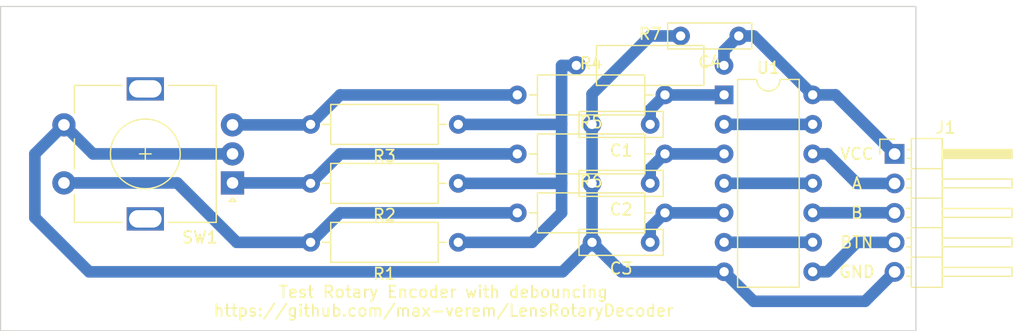
<source format=kicad_pcb>
(kicad_pcb (version 20211014) (generator pcbnew)
  (layers (0 "F.Cu" signal) (31 "B.Cu" signal) (34 "B.Paste" user) (35 "F.Paste" user) (36 "B.SilkS" user "B.Silkscreen") (37 "F.SilkS" user "F.Silkscreen") (38 "B.Mask" user) (39 "F.Mask" user) (44 "Edge.Cuts" user))
  (net 0 "")
  (net 1 "Net-(U1-Pad1)")
  (net 2 "GND")
  (net 3 "Net-(U1-Pad3)")
  (net 4 "Net-(U1-Pad5)")
  (net 5 "/VCC")
  (net 6 "/PHASE_A")
  (net 7 "/PHASE_B")
  (net 8 "/PUSH_BTN")
  (net 9 "Net-(R1-Pad2)")
  (net 10 "Net-(R5-Pad1)")
  (net 11 "Net-(R4-Pad1)")
  (net 12 "Net-(U1-Pad2)")
  (net 13 "Net-(U1-Pad6)")
  (net 14 "Net-(U1-Pad11)")
  (net 15 "Net-(R2-Pad1)")
  (footprint "Package_DIP:DIP-14_W7.62mm" (layer "F.Cu") (at 168.92 60.955)
    (fp_text reference "U1" (at 3.81 -2.33) (layer "F.SilkS"))
    (fp_text value "74HC14")
    (fp_line (start 6.46 16.57) (end 6.46 -1.33) (layer "F.SilkS") (width 0.12))
    (fp_line (start 2.81 -1.33) (end 1.16 -1.33) (layer "F.SilkS") (width 0.12))
    (fp_line (start 1.16 16.57) (end 6.46 16.57) (layer "F.SilkS") (width 0.12))
    (fp_line (start 1.16 -1.33) (end 1.16 16.57) (layer "F.SilkS") (width 0.12))
    (fp_line (start 6.46 -1.33) (end 4.81 -1.33) (layer "F.SilkS") (width 0.12))
    (fp_arc (start 4.81 -1.33) (mid 3.81 -0.33) (end 2.81 -1.33) (layer "F.SilkS") (width 0.12))
    (pad "1" thru_hole rect locked (at 0 0) (size 1.6 1.6) (drill 0.8) (layers *.Cu *.Mask) (net 1 "Net-(U1-Pad1)"))
    (pad "2" thru_hole oval locked (at 0 2.54) (size 1.6 1.6) (drill 0.8) (layers *.Cu *.Mask) (net 12 "Net-(U1-Pad2)"))
    (pad "3" thru_hole oval locked (at 0 5.08) (size 1.6 1.6) (drill 0.8) (layers *.Cu *.Mask) (net 3 "Net-(U1-Pad3)"))
    (pad "4" thru_hole oval locked (at 0 7.62) (size 1.6 1.6) (drill 0.8) (layers *.Cu *.Mask) (net 14 "Net-(U1-Pad11)"))
    (pad "5" thru_hole oval locked (at 0 10.16) (size 1.6 1.6) (drill 0.8) (layers *.Cu *.Mask) (net 4 "Net-(U1-Pad5)"))
    (pad "6" thru_hole oval locked (at 0 12.7) (size 1.6 1.6) (drill 0.8) (layers *.Cu *.Mask) (net 13 "Net-(U1-Pad6)"))
    (pad "7" thru_hole oval locked (at 0 15.24) (size 1.6 1.6) (drill 0.8) (layers *.Cu *.Mask) (net 2 "GND"))
    (pad "8" thru_hole oval locked (at 7.62 15.24) (size 1.6 1.6) (drill 0.8) (layers *.Cu *.Mask) (net 8 "/PUSH_BTN"))
    (pad "9" thru_hole oval locked (at 7.62 12.7) (size 1.6 1.6) (drill 0.8) (layers *.Cu *.Mask) (net 13 "Net-(U1-Pad6)"))
    (pad "10" thru_hole oval locked (at 7.62 10.16) (size 1.6 1.6) (drill 0.8) (layers *.Cu *.Mask) (net 7 "/PHASE_B"))
    (pad "11" thru_hole oval locked (at 7.62 7.62) (size 1.6 1.6) (drill 0.8) (layers *.Cu *.Mask) (net 14 "Net-(U1-Pad11)"))
    (pad "12" thru_hole oval locked (at 7.62 5.08) (size 1.6 1.6) (drill 0.8) (layers *.Cu *.Mask) (net 6 "/PHASE_A"))
    (pad "13" thru_hole oval locked (at 7.62 2.54) (size 1.6 1.6) (drill 0.8) (layers *.Cu *.Mask) (net 12 "Net-(U1-Pad2)"))
    (pad "14" thru_hole oval locked (at 7.62 0) (size 1.6 1.6) (drill 0.8) (layers *.Cu *.Mask) (net 5 "/VCC"))
  )
  (footprint "Resistor_THT:R_Axial_DIN0309_L9.0mm_D3.2mm_P12.70mm_Horizontal" (layer "F.Cu") (at 146.05 68.58 180)
    (fp_text reference "R2" (at 6.35 -2.72) (layer "F.SilkS"))
    (fp_text value "10K")
    (fp_line (start 11.66 0) (end 10.97 0) (layer "F.SilkS") (width 0.12))
    (fp_line (start 1.73 -1.72) (end 1.73 1.72) (layer "F.SilkS") (width 0.12))
    (fp_line (start 1.73 1.72) (end 10.97 1.72) (layer "F.SilkS") (width 0.12))
    (fp_line (start 1.04 0) (end 1.73 0) (layer "F.SilkS") (width 0.12))
    (fp_line (start 10.97 1.72) (end 10.97 -1.72) (layer "F.SilkS") (width 0.12))
    (fp_line (start 10.97 -1.72) (end 1.73 -1.72) (layer "F.SilkS") (width 0.12))
    (pad "1" thru_hole circle locked (at 0 0 180) (size 1.6 1.6) (drill 0.8) (layers *.Cu *.Mask) (net 15 "Net-(R2-Pad1)"))
    (pad "2" thru_hole oval locked (at 12.7 0 180) (size 1.6 1.6) (drill 0.8) (layers *.Cu *.Mask) (net 10 "Net-(R5-Pad1)"))
  )
  (footprint "Resistor_THT:R_Axial_DIN0309_L9.0mm_D3.2mm_P12.70mm_Horizontal" (layer "F.Cu") (at 146.05 63.5 180)
    (fp_text reference "R3" (at 6.35 -2.72) (layer "F.SilkS"))
    (fp_text value "10K")
    (fp_line (start 10.97 1.72) (end 10.97 -1.72) (layer "F.SilkS") (width 0.12))
    (fp_line (start 11.66 0) (end 10.97 0) (layer "F.SilkS") (width 0.12))
    (fp_line (start 1.73 -1.72) (end 1.73 1.72) (layer "F.SilkS") (width 0.12))
    (fp_line (start 1.04 0) (end 1.73 0) (layer "F.SilkS") (width 0.12))
    (fp_line (start 1.73 1.72) (end 10.97 1.72) (layer "F.SilkS") (width 0.12))
    (fp_line (start 10.97 -1.72) (end 1.73 -1.72) (layer "F.SilkS") (width 0.12))
    (pad "1" thru_hole circle locked (at 0 0 180) (size 1.6 1.6) (drill 0.8) (layers *.Cu *.Mask) (net 15 "Net-(R2-Pad1)"))
    (pad "2" thru_hole oval locked (at 12.7 0 180) (size 1.6 1.6) (drill 0.8) (layers *.Cu *.Mask) (net 11 "Net-(R4-Pad1)"))
  )
  (footprint "Capacitor_THT:C_Rect_L7.0mm_W2.0mm_P5.00mm" (layer "F.Cu") (at 162.56 68.58 180)
    (fp_text reference "C2" (at 2.5 -2.25) (layer "F.SilkS"))
    (fp_text value "100nF")
    (fp_line (start -1.12 -1.12) (end -1.12 1.12) (layer "F.SilkS") (width 0.12))
    (fp_line (start -1.12 1.12) (end 6.12 1.12) (layer "F.SilkS") (width 0.12))
    (fp_line (start -1.12 -1.12) (end 6.12 -1.12) (layer "F.SilkS") (width 0.12))
    (fp_line (start 6.12 -1.12) (end 6.12 1.12) (layer "F.SilkS") (width 0.12))
    (pad "1" thru_hole circle locked (at 0 0 180) (size 1.6 1.6) (drill 0.8) (layers *.Cu *.Mask) (net 3 "Net-(U1-Pad3)"))
    (pad "2" thru_hole circle locked (at 5 0 180) (size 1.6 1.6) (drill 0.8) (layers *.Cu *.Mask) (net 2 "GND"))
  )
  (footprint "Connector_PinHeader_2.54mm:PinHeader_1x05_P2.54mm_Horizontal" (layer "F.Cu") (at 183.585 66.045)
    (fp_text reference "J1" (at 4.385 -2.27) (layer "F.SilkS"))
    (fp_text value "Conn_01x05_Male")
    (fp_line (start 4.1 0.04) (end 10.1 0.04) (layer "F.SilkS") (width 0.12))
    (fp_line (start 4.1 11.49) (end 4.1 -1.33) (layer "F.SilkS") (width 0.12))
    (fp_line (start 1.042929 2.16) (end 1.44 2.16) (layer "F.SilkS") (width 0.12))
    (fp_line (start 1.44 8.89) (end 4.1 8.89) (layer "F.SilkS") (width 0.12))
    (fp_line (start 1.042929 4.7) (end 1.44 4.7) (layer "F.SilkS") (width 0.12))
    (fp_line (start 4.1 -0.32) (end 10.1 -0.32) (layer "F.SilkS") (width 0.12))
    (fp_line (start 1.042929 8) (end 1.44 8) (layer "F.SilkS") (width 0.12))
    (fp_line (start 10.1 0.38) (end 4.1 0.38) (layer "F.SilkS") (width 0.12))
    (fp_line (start 1.11 -0.38) (end 1.44 -0.38) (layer "F.SilkS") (width 0.12))
    (fp_line (start 1.44 6.35) (end 4.1 6.35) (layer "F.SilkS") (width 0.12))
    (fp_line (start 4.1 -0.2) (end 10.1 -0.2) (layer "F.SilkS") (width 0.12))
    (fp_line (start 10.1 4.7) (end 10.1 5.46) (layer "F.SilkS") (width 0.12))
    (fp_line (start 4.1 0.16) (end 10.1 0.16) (layer "F.SilkS") (width 0.12))
    (fp_line (start 10.1 5.46) (end 4.1 5.46) (layer "F.SilkS") (width 0.12))
    (fp_line (start 10.1 -0.38) (end 10.1 0.38) (layer "F.SilkS") (width 0.12))
    (fp_line (start 1.042929 9.78) (end 1.44 9.78) (layer "F.SilkS") (width 0.12))
    (fp_line (start 1.44 1.27) (end 4.1 1.27) (layer "F.SilkS") (width 0.12))
    (fp_line (start 4.1 -1.33) (end 1.44 -1.33) (layer "F.SilkS") (width 0.12))
    (fp_line (start 4.1 2.16) (end 10.1 2.16) (layer "F.SilkS") (width 0.12))
    (fp_line (start 10.1 9.78) (end 10.1 10.54) (layer "F.SilkS") (width 0.12))
    (fp_line (start 1.44 -1.33) (end 1.44 11.49) (layer "F.SilkS") (width 0.12))
    (fp_line (start 10.1 7.24) (end 10.1 8) (layer "F.SilkS") (width 0.12))
    (fp_line (start 1.042929 7.24) (end 1.44 7.24) (layer "F.SilkS") (width 0.12))
    (fp_line (start 1.44 11.49) (end 4.1 11.49) (layer "F.SilkS") (width 0.12))
    (fp_line (start 1.042929 5.46) (end 1.44 5.46) (layer "F.SilkS") (width 0.12))
    (fp_line (start 4.1 -0.08) (end 10.1 -0.08) (layer "F.SilkS") (width 0.12))
    (fp_line (start 1.042929 2.92) (end 1.44 2.92) (layer "F.SilkS") (width 0.12))
    (fp_line (start 10.1 10.54) (end 4.1 10.54) (layer "F.SilkS") (width 0.12))
    (fp_line (start 4.1 0.28) (end 10.1 0.28) (layer "F.SilkS") (width 0.12))
    (fp_line (start -1.27 -1.27) (end 0 -1.27) (layer "F.SilkS") (width 0.12))
    (fp_line (start 4.1 7.24) (end 10.1 7.24) (layer "F.SilkS") (width 0.12))
    (fp_line (start 10.1 2.16) (end 10.1 2.92) (layer "F.SilkS") (width 0.12))
    (fp_line (start 4.1 9.78) (end 10.1 9.78) (layer "F.SilkS") (width 0.12))
    (fp_line (start 1.11 0.38) (end 1.44 0.38) (layer "F.SilkS") (width 0.12))
    (fp_line (start -1.27 0) (end -1.27 -1.27) (layer "F.SilkS") (width 0.12))
    (fp_line (start 4.1 4.7) (end 10.1 4.7) (layer "F.SilkS") (width 0.12))
    (fp_line (start 10.1 2.92) (end 4.1 2.92) (layer "F.SilkS") (width 0.12))
    (fp_line (start 1.042929 10.54) (end 1.44 10.54) (layer "F.SilkS") (width 0.12))
    (fp_line (start 10.1 8) (end 4.1 8) (layer "F.SilkS") (width 0.12))
    (fp_line (start 4.1 -0.38) (end 10.1 -0.38) (layer "F.SilkS") (width 0.12))
    (fp_line (start 1.44 3.81) (end 4.1 3.81) (layer "F.SilkS") (width 0.12))
    (pad "1" thru_hole rect locked (at 0 0) (size 1.7 1.7) (drill 1) (layers *.Cu *.Mask) (net 5 "/VCC"))
    (pad "2" thru_hole oval locked (at 0 2.54) (size 1.7 1.7) (drill 1) (layers *.Cu *.Mask) (net 6 "/PHASE_A"))
    (pad "3" thru_hole oval locked (at 0 5.08) (size 1.7 1.7) (drill 1) (layers *.Cu *.Mask) (net 7 "/PHASE_B"))
    (pad "4" thru_hole oval locked (at 0 7.62) (size 1.7 1.7) (drill 1) (layers *.Cu *.Mask) (net 8 "/PUSH_BTN"))
    (pad "5" thru_hole oval locked (at 0 10.16) (size 1.7 1.7) (drill 1) (layers *.Cu *.Mask) (net 2 "GND"))
  )
  (footprint "Capacitor_THT:C_Rect_L7.0mm_W2.0mm_P5.00mm" (layer "F.Cu") (at 170.18 55.88 180)
    (fp_text reference "C4" (at 2.5 -2.25) (layer "F.SilkS"))
    (fp_text value "100nF")
    (fp_line (start -1.12 -1.12) (end -1.12 1.12) (layer "F.SilkS") (width 0.12))
    (fp_line (start 6.12 -1.12) (end 6.12 1.12) (layer "F.SilkS") (width 0.12))
    (fp_line (start -1.12 -1.12) (end 6.12 -1.12) (layer "F.SilkS") (width 0.12))
    (fp_line (start -1.12 1.12) (end 6.12 1.12) (layer "F.SilkS") (width 0.12))
    (pad "1" thru_hole circle locked (at 0 0 180) (size 1.6 1.6) (drill 0.8) (layers *.Cu *.Mask) (net 5 "/VCC"))
    (pad "2" thru_hole circle locked (at 5 0 180) (size 1.6 1.6) (drill 0.8) (layers *.Cu *.Mask) (net 2 "GND"))
  )
  (footprint "Resistor_THT:R_Axial_DIN0309_L9.0mm_D3.2mm_P12.70mm_Horizontal" (layer "F.Cu") (at 151.13 60.96)
    (fp_text reference "R4" (at 6.35 -2.72) (layer "F.SilkS"))
    (fp_text value "10K")
    (fp_line (start 1.73 -1.72) (end 1.73 1.72) (layer "F.SilkS") (width 0.12))
    (fp_line (start 11.66 0) (end 10.97 0) (layer "F.SilkS") (width 0.12))
    (fp_line (start 1.73 1.72) (end 10.97 1.72) (layer "F.SilkS") (width 0.12))
    (fp_line (start 10.97 -1.72) (end 1.73 -1.72) (layer "F.SilkS") (width 0.12))
    (fp_line (start 10.97 1.72) (end 10.97 -1.72) (layer "F.SilkS") (width 0.12))
    (fp_line (start 1.04 0) (end 1.73 0) (layer "F.SilkS") (width 0.12))
    (pad "1" thru_hole circle locked (at 0 0) (size 1.6 1.6) (drill 0.8) (layers *.Cu *.Mask) (net 11 "Net-(R4-Pad1)"))
    (pad "2" thru_hole oval locked (at 12.7 0) (size 1.6 1.6) (drill 0.8) (layers *.Cu *.Mask) (net 1 "Net-(U1-Pad1)"))
  )
  (footprint "Rotary_Encoder:RotaryEncoder_Alps_EC11E-Switch_Vertical_H20mm" (layer "F.Cu") (at 126.63 68.54 180)
    (fp_text reference "SW1" (at 2.8 -4.7) (layer "F.SilkS"))
    (fp_text value "RotaryEncoder_Switch")
    (fp_line (start 13.6 6) (end 13.6 8.4) (layer "F.SilkS") (width 0.12))
    (fp_line (start 9.5 -3.4) (end 13.6 -3.4) (layer "F.SilkS") (width 0.12))
    (fp_line (start 13.6 1.2) (end 13.6 3.8) (layer "F.SilkS") (width 0.12))
    (fp_line (start 5.5 -3.4) (end 1.4 -3.4) (layer "F.SilkS") (width 0.12))
    (fp_line (start 5.5 8.4) (end 1.4 8.4) (layer "F.SilkS") (width 0.12))
    (fp_line (start 0 -1.3) (end -0.3 -1.6) (layer "F.SilkS") (width 0.12))
    (fp_line (start 7.5 2) (end 7.5 3) (layer "F.SilkS") (width 0.12))
    (fp_line (start -0.3 -1.6) (end 0.3 -1.6) (layer "F.SilkS") (width 0.12))
    (fp_line (start 7 2.5) (end 8 2.5) (layer "F.SilkS") (width 0.12))
    (fp_line (start 13.6 8.4) (end 9.5 8.4) (layer "F.SilkS") (width 0.12))
    (fp_line (start 13.6 -3.4) (end 13.6 -1) (layer "F.SilkS") (width 0.12))
    (fp_line (start 0.3 -1.6) (end 0 -1.3) (layer "F.SilkS") (width 0.12))
    (fp_line (start 1.4 -3.4) (end 1.4 8.4) (layer "F.SilkS") (width 0.12))
    (fp_circle (center 7.5 2.5) (end 10.5 2.5) (layer "F.SilkS") (width 0.12) (fill none))
    (pad "A" thru_hole rect locked (at 0 0 180) (size 2 2) (drill 1) (layers *.Cu *.Mask) (net 10 "Net-(R5-Pad1)"))
    (pad "B" thru_hole circle locked (at 0 5 180) (size 2 2) (drill 1) (layers *.Cu *.Mask) (net 11 "Net-(R4-Pad1)"))
    (pad "C" thru_hole circle locked (at 0 2.5 180) (size 2 2) (drill 1) (layers *.Cu *.Mask) (net 2 "GND"))
    (pad "MP" thru_hole rect locked (at 7.5 -3.1 180) (size 3.2 2) (drill oval 2.8 1.5) (layers *.Cu *.Mask))
    (pad "MP" thru_hole rect locked (at 7.5 8.1 180) (size 3.2 2) (drill oval 2.8 1.5) (layers *.Cu *.Mask))
    (pad "S1" thru_hole circle locked (at 14.5 5 180) (size 2 2) (drill 1) (layers *.Cu *.Mask) (net 2 "GND"))
    (pad "S2" thru_hole circle locked (at 14.5 0 180) (size 2 2) (drill 1) (layers *.Cu *.Mask) (net 9 "Net-(R1-Pad2)"))
  )
  (footprint "Capacitor_THT:C_Rect_L7.0mm_W2.0mm_P5.00mm" (layer "F.Cu") (at 162.56 73.66 180)
    (fp_text reference "C3" (at 2.5 -2.25) (layer "F.SilkS"))
    (fp_text value "100nF")
    (fp_line (start -1.12 1.12) (end 6.12 1.12) (layer "F.SilkS") (width 0.12))
    (fp_line (start -1.12 -1.12) (end -1.12 1.12) (layer "F.SilkS") (width 0.12))
    (fp_line (start 6.12 -1.12) (end 6.12 1.12) (layer "F.SilkS") (width 0.12))
    (fp_line (start -1.12 -1.12) (end 6.12 -1.12) (layer "F.SilkS") (width 0.12))
    (pad "1" thru_hole circle locked (at 0 0 180) (size 1.6 1.6) (drill 0.8) (layers *.Cu *.Mask) (net 4 "Net-(U1-Pad5)"))
    (pad "2" thru_hole circle locked (at 5 0 180) (size 1.6 1.6) (drill 0.8) (layers *.Cu *.Mask) (net 2 "GND"))
  )
  (footprint "Resistor_THT:R_Axial_DIN0309_L9.0mm_D3.2mm_P12.70mm_Horizontal" (layer "F.Cu") (at 151.13 66.04)
    (fp_text reference "R5" (at 6.35 -2.72) (layer "F.SilkS"))
    (fp_text value "10K")
    (fp_line (start 10.97 1.72) (end 10.97 -1.72) (layer "F.SilkS") (width 0.12))
    (fp_line (start 1.73 -1.72) (end 1.73 1.72) (layer "F.SilkS") (width 0.12))
    (fp_line (start 10.97 -1.72) (end 1.73 -1.72) (layer "F.SilkS") (width 0.12))
    (fp_line (start 1.04 0) (end 1.73 0) (layer "F.SilkS") (width 0.12))
    (fp_line (start 11.66 0) (end 10.97 0) (layer "F.SilkS") (width 0.12))
    (fp_line (start 1.73 1.72) (end 10.97 1.72) (layer "F.SilkS") (width 0.12))
    (pad "1" thru_hole circle locked (at 0 0) (size 1.6 1.6) (drill 0.8) (layers *.Cu *.Mask) (net 10 "Net-(R5-Pad1)"))
    (pad "2" thru_hole oval locked (at 12.7 0) (size 1.6 1.6) (drill 0.8) (layers *.Cu *.Mask) (net 3 "Net-(U1-Pad3)"))
  )
  (footprint "Resistor_THT:R_Axial_DIN0309_L9.0mm_D3.2mm_P12.70mm_Horizontal" (layer "F.Cu") (at 151.13 71.12)
    (fp_text reference "R6" (at 6.35 -2.72) (layer "F.SilkS"))
    (fp_text value "10K")
    (fp_line (start 1.73 -1.72) (end 1.73 1.72) (layer "F.SilkS") (width 0.12))
    (fp_line (start 10.97 -1.72) (end 1.73 -1.72) (layer "F.SilkS") (width 0.12))
    (fp_line (start 1.73 1.72) (end 10.97 1.72) (layer "F.SilkS") (width 0.12))
    (fp_line (start 1.04 0) (end 1.73 0) (layer "F.SilkS") (width 0.12))
    (fp_line (start 11.66 0) (end 10.97 0) (layer "F.SilkS") (width 0.12))
    (fp_line (start 10.97 1.72) (end 10.97 -1.72) (layer "F.SilkS") (width 0.12))
    (pad "1" thru_hole circle locked (at 0 0) (size 1.6 1.6) (drill 0.8) (layers *.Cu *.Mask) (net 9 "Net-(R1-Pad2)"))
    (pad "2" thru_hole oval locked (at 12.7 0) (size 1.6 1.6) (drill 0.8) (layers *.Cu *.Mask) (net 4 "Net-(U1-Pad5)"))
  )
  (footprint "Resistor_THT:R_Axial_DIN0309_L9.0mm_D3.2mm_P12.70mm_Horizontal" (layer "F.Cu") (at 156.21 58.42)
    (fp_text reference "R7" (at 6.35 -2.72) (layer "F.SilkS"))
    (fp_text value "0R")
    (fp_line (start 11.66 0) (end 10.97 0) (layer "F.SilkS") (width 0.12))
    (fp_line (start 1.73 -1.72) (end 1.73 1.72) (layer "F.SilkS") (width 0.12))
    (fp_line (start 10.97 -1.72) (end 1.73 -1.72) (layer "F.SilkS") (width 0.12))
    (fp_line (start 1.04 0) (end 1.73 0) (layer "F.SilkS") (width 0.12))
    (fp_line (start 1.73 1.72) (end 10.97 1.72) (layer "F.SilkS") (width 0.12))
    (fp_line (start 10.97 1.72) (end 10.97 -1.72) (layer "F.SilkS") (width 0.12))
    (pad "1" thru_hole circle locked (at 0 0) (size 1.6 1.6) (drill 0.8) (layers *.Cu *.Mask) (net 15 "Net-(R2-Pad1)"))
    (pad "2" thru_hole oval locked (at 12.7 0) (size 1.6 1.6) (drill 0.8) (layers *.Cu *.Mask) (net 5 "/VCC"))
  )
  (footprint "Resistor_THT:R_Axial_DIN0309_L9.0mm_D3.2mm_P12.70mm_Horizontal" (layer "F.Cu") (at 146.05 73.66 180)
    (fp_text reference "R1" (at 6.35 -2.72) (layer "F.SilkS"))
    (fp_text value "10K")
    (fp_line (start 10.97 -1.72) (end 1.73 -1.72) (layer "F.SilkS") (width 0.12))
    (fp_line (start 1.73 -1.72) (end 1.73 1.72) (layer "F.SilkS") (width 0.12))
    (fp_line (start 1.73 1.72) (end 10.97 1.72) (layer "F.SilkS") (width 0.12))
    (fp_line (start 10.97 1.72) (end 10.97 -1.72) (layer "F.SilkS") (width 0.12))
    (fp_line (start 11.66 0) (end 10.97 0) (layer "F.SilkS") (width 0.12))
    (fp_line (start 1.04 0) (end 1.73 0) (layer "F.SilkS") (width 0.12))
    (pad "1" thru_hole circle locked (at 0 0 180) (size 1.6 1.6) (drill 0.8) (layers *.Cu *.Mask) (net 15 "Net-(R2-Pad1)"))
    (pad "2" thru_hole oval locked (at 12.7 0 180) (size 1.6 1.6) (drill 0.8) (layers *.Cu *.Mask) (net 9 "Net-(R1-Pad2)"))
  )
  (footprint "Capacitor_THT:C_Rect_L7.0mm_W2.0mm_P5.00mm" (layer "F.Cu") (at 162.56 63.5 180)
    (fp_text reference "C1" (at 2.5 -2.25) (layer "F.SilkS"))
    (fp_text value "100nF")
    (fp_line (start -1.12 1.12) (end 6.12 1.12) (layer "F.SilkS") (width 0.12))
    (fp_line (start 6.12 -1.12) (end 6.12 1.12) (layer "F.SilkS") (width 0.12))
    (fp_line (start -1.12 -1.12) (end -1.12 1.12) (layer "F.SilkS") (width 0.12))
    (fp_line (start -1.12 -1.12) (end 6.12 -1.12) (layer "F.SilkS") (width 0.12))
    (pad "1" thru_hole circle locked (at 0 0 180) (size 1.6 1.6) (drill 0.8) (layers *.Cu *.Mask) (net 1 "Net-(U1-Pad1)"))
    (pad "2" thru_hole circle locked (at 5 0 180) (size 1.6 1.6) (drill 0.8) (layers *.Cu *.Mask) (net 2 "GND"))
  )
  (gr_line (start 185.42 81.28) (end 106.68 81.28) (layer "Edge.Cuts") (width 0.1))
  (gr_line (start 106.68 81.28) (end 106.68 53.34) (layer "Edge.Cuts") (width 0.1))
  (gr_line (start 106.68 53.34) (end 185.42 53.34) (layer "Edge.Cuts") (width 0.1))
  (gr_line (start 185.42 53.34) (end 185.42 81.28) (layer "Edge.Cuts") (width 0.1))
  (gr_text "GND" (at 180.34 76.2) (layer "F.SilkS") (effects (font (size 1 1))))
  (gr_text "B" (at 180.34 71.12) (layer "F.SilkS") (effects (font (size 1 1))))
  (gr_text "VCC" (at 180.34 66.04) (layer "F.SilkS") (effects (font (size 1 1))))
  (gr_text "A" (at 180.34 68.58) (layer "F.SilkS") (effects (font (size 1 1))))
  (gr_text "BTN" (at 180.34 73.66) (layer "F.SilkS") (effects (font (size 1 1))))
  (gr_text "Test Rotary Encoder with debouncing\nhttps://github.com/max-verem/LensRotaryDecoder" (at 144.78 78.74) (layer "F.SilkS") (effects (font (size 1 1))))
  (segment (start 162.56 63.5) (end 162.56 62.23) (width 1) (layer "B.Cu") (net 1))
  (segment (start 163.83 60.96) (end 168.915 60.96) (width 1) (layer "B.Cu") (net 1))
  (segment (start 162.56 62.23) (end 163.83 60.96) (width 1) (layer "B.Cu") (net 1))
  (segment (start 168.915 60.96) (end 168.92 60.955) (width 1) (layer "B.Cu") (net 1))
  (segment (start 155.02 76.2) (end 114.3 76.2) (width 1) (layer "B.Cu") (net 2))
  (segment (start 157.56 73.66) (end 155.02 76.2) (width 1) (layer "B.Cu") (net 2))
  (segment (start 112.13 63.54) (end 109.63 66.04) (width 1) (layer "B.Cu") (net 2))
  (segment (start 157.56 68.58) (end 157.56 63.5) (width 1) (layer "B.Cu") (net 2))
  (segment (start 157.56 63.5) (end 157.56 60.88) (width 1) (layer "B.Cu") (net 2))
  (segment (start 160.095 76.195) (end 157.56 73.66) (width 1) (layer "B.Cu") (net 2))
  (segment (start 157.56 60.88) (end 162.56 55.88) (width 1) (layer "B.Cu") (net 2))
  (segment (start 162.56 55.88) (end 165.18 55.88) (width 1) (layer "B.Cu") (net 2))
  (segment (start 168.92 76.195) (end 160.095 76.195) (width 1) (layer "B.Cu") (net 2))
  (segment (start 171.465 78.74) (end 168.92 76.195) (width 1) (layer "B.Cu") (net 2))
  (segment (start 183.585 76.205) (end 181.05 78.74) (width 1) (layer "B.Cu") (net 2))
  (segment (start 126.63 66.04) (end 114.63 66.04) (width 1) (layer "B.Cu") (net 2))
  (segment (start 109.63 66.04) (end 109.63 71.53) (width 1) (layer "B.Cu") (net 2))
  (segment (start 114.63 66.04) (end 112.13 63.54) (width 1) (layer "B.Cu") (net 2))
  (segment (start 157.56 73.66) (end 157.56 68.58) (width 1) (layer "B.Cu") (net 2))
  (segment (start 109.63 71.53) (end 114.3 76.2) (width 1) (layer "B.Cu") (net 2))
  (segment (start 181.05 78.74) (end 171.465 78.74) (width 1) (layer "B.Cu") (net 2))
  (segment (start 162.56 67.31) (end 163.83 66.04) (width 1) (layer "B.Cu") (net 3))
  (segment (start 163.83 66.04) (end 168.915 66.04) (width 1) (layer "B.Cu") (net 3))
  (segment (start 168.915 66.04) (end 168.92 66.035) (width 1) (layer "B.Cu") (net 3))
  (segment (start 162.56 68.58) (end 162.56 67.31) (width 1) (layer "B.Cu") (net 3))
  (segment (start 162.56 72.39) (end 163.83 71.12) (width 1) (layer "B.Cu") (net 4))
  (segment (start 168.915 71.12) (end 168.92 71.115) (width 1) (layer "B.Cu") (net 4))
  (segment (start 163.83 71.12) (end 168.915 71.12) (width 1) (layer "B.Cu") (net 4))
  (segment (start 162.56 73.66) (end 162.56 72.39) (width 1) (layer "B.Cu") (net 4))
  (segment (start 171.465 55.88) (end 176.54 60.955) (width 1) (layer "B.Cu") (net 5))
  (segment (start 168.91 58.42) (end 168.91 57.15) (width 1) (layer "B.Cu") (net 5))
  (segment (start 176.54 60.955) (end 178.495 60.955) (width 1) (layer "B.Cu") (net 5))
  (segment (start 170.18 55.88) (end 171.465 55.88) (width 1) (layer "B.Cu") (net 5))
  (segment (start 178.495 60.955) (end 183.585 66.045) (width 1) (layer "B.Cu") (net 5))
  (segment (start 168.91 57.15) (end 170.18 55.88) (width 1) (layer "B.Cu") (net 5))
  (segment (start 180.345 68.585) (end 183.585 68.585) (width 1) (layer "B.Cu") (net 6))
  (segment (start 176.54 66.035) (end 177.795 66.035) (width 1) (layer "B.Cu") (net 6))
  (segment (start 177.795 66.035) (end 180.345 68.585) (width 1) (layer "B.Cu") (net 6))
  (segment (start 176.54 71.115) (end 183.575 71.115) (width 1) (layer "B.Cu") (net 7))
  (segment (start 183.575 71.115) (end 183.585 71.125) (width 1) (layer "B.Cu") (net 7))
  (segment (start 176.54 76.195) (end 177.805 76.195) (width 1) (layer "B.Cu") (net 8))
  (segment (start 180.345 73.665) (end 183.585 73.665) (width 1) (layer "B.Cu") (net 8))
  (segment (start 180.34 73.66) (end 180.345 73.665) (width 1) (layer "B.Cu") (net 8))
  (segment (start 177.805 76.195) (end 180.34 73.66) (width 1) (layer "B.Cu") (net 8))
  (segment (start 127 73.66) (end 133.35 73.66) (width 1) (layer "B.Cu") (net 9))
  (segment (start 112.13 68.54) (end 121.88 68.54) (width 1) (layer "B.Cu") (net 9))
  (segment (start 121.88 68.54) (end 127 73.66) (width 1) (layer "B.Cu") (net 9))
  (segment (start 135.89 71.12) (end 133.35 73.66) (width 1) (layer "B.Cu") (net 9))
  (segment (start 151.13 71.12) (end 135.89 71.12) (width 1) (layer "B.Cu") (net 9))
  (segment (start 126.63 68.54) (end 133.31 68.54) (width 1) (layer "B.Cu") (net 10))
  (segment (start 151.13 66.04) (end 135.89 66.04) (width 1) (layer "B.Cu") (net 10))
  (segment (start 133.31 68.54) (end 133.35 68.58) (width 1) (layer "B.Cu") (net 10))
  (segment (start 135.89 66.04) (end 133.35 68.58) (width 1) (layer "B.Cu") (net 10))
  (segment (start 135.89 60.96) (end 133.35 63.5) (width 1) (layer "B.Cu") (net 11))
  (segment (start 151.13 60.96) (end 135.89 60.96) (width 1) (layer "B.Cu") (net 11))
  (segment (start 126.63 63.54) (end 133.31 63.54) (width 1) (layer "B.Cu") (net 11))
  (segment (start 133.31 63.54) (end 133.35 63.5) (width 1) (layer "B.Cu") (net 11))
  (segment (start 168.92 63.495) (end 176.54 63.495) (width 1) (layer "B.Cu") (net 12))
  (segment (start 168.92 73.655) (end 176.54 73.655) (width 1) (layer "B.Cu") (net 13))
  (segment (start 168.92 68.575) (end 176.54 68.575) (width 1) (layer "B.Cu") (net 14))
  (segment (start 146.05 73.66) (end 152.4 73.66) (width 1) (layer "B.Cu") (net 15))
  (segment (start 146.05 63.5) (end 154.94 63.5) (width 1) (layer "B.Cu") (net 15))
  (segment (start 154.94 63.5) (end 154.94 58.42) (width 1) (layer "B.Cu") (net 15))
  (segment (start 146.05 68.58) (end 154.94 68.58) (width 1) (layer "B.Cu") (net 15))
  (segment (start 154.94 68.58) (end 154.94 63.5) (width 1) (layer "B.Cu") (net 15))
  (segment (start 152.4 73.66) (end 154.94 71.12) (width 1) (layer "B.Cu") (net 15))
  (segment (start 156.21 58.42) (end 154.94 58.42) (width 1) (layer "B.Cu") (net 15))
  (segment (start 154.94 71.12) (end 154.94 68.58) (width 1) (layer "B.Cu") (net 15))
)
</source>
